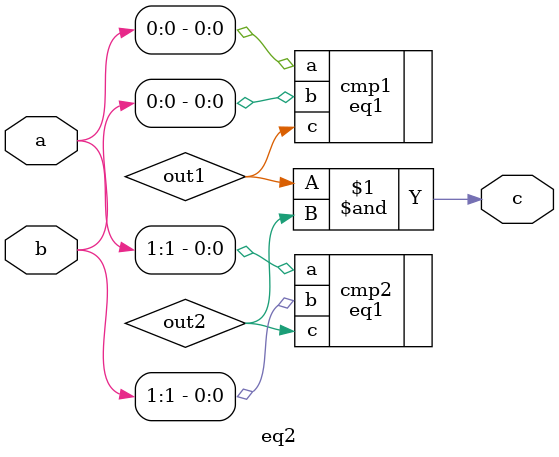
<source format=v>
module eq2(
	   input wire [1:0] a, b,
	   output wire c
	   );
   wire 	       out1, out2;
   eq1 cmp1 (.a(a[0]), .b(b[0]), .c(out1));
   eq1 cmp2 (.a(a[1]), .b(b[1]), .c(out2));
   assign c = out1 & out2;
endmodule

</source>
